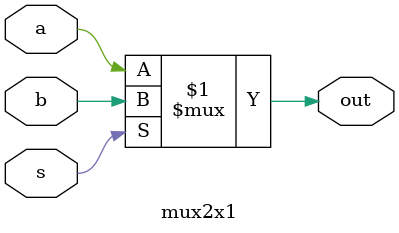
<source format=v>
module mux2x1(a,b,s,out);
  input a,b,s;
  output out;
  assign out= s ? b:a;
endmodule

</source>
